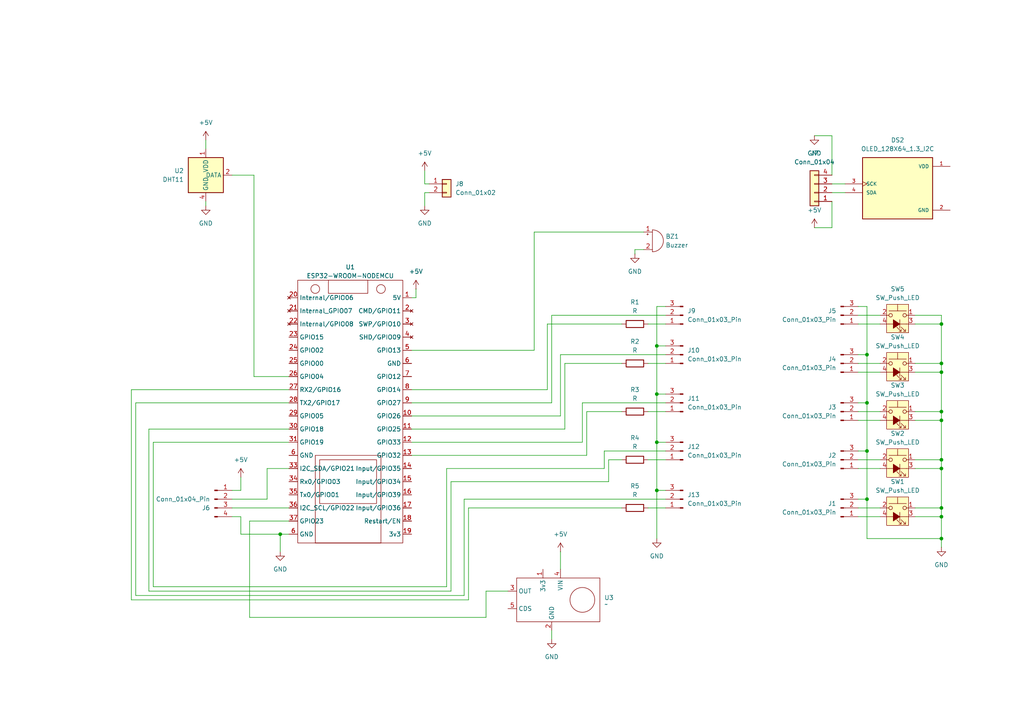
<source format=kicad_sch>
(kicad_sch (version 20250114) (generator "eeschema") (generator_version "9.0")
  (paper "A4")
  (lib_symbols
    (symbol "Connector:Conn_01x03_Pin" (pin_names (offset 1.016) (hide yes))
      (property "Reference" "J" (at 0 5.08 0))
      (property "Value" "Conn_01x03_Pin" (at 0 -5.08 0))
      (symbol "Conn_01x03_Pin_1_1"
        (rectangle (start 0.8636 2.667) (end 0 2.413) (stroke (width 0.1524)) (fill (type outline)))
        (rectangle (start 0.8636 0.127) (end 0 -0.127) (stroke (width 0.1524)) (fill (type outline)))
        (rectangle (start 0.8636 -2.413) (end 0 -2.667) (stroke (width 0.1524)) (fill (type outline)))
        (polyline (pts (xy 1.27 2.54) (xy 0.8636 2.54)) (stroke (width 0.1524)))
        (polyline (pts (xy 1.27 0) (xy 0.8636 0)) (stroke (width 0.1524)))
        (polyline (pts (xy 1.27 -2.54) (xy 0.8636 -2.54)) (stroke (width 0.1524)))
        (pin passive line (at 5.08 2.54 180) (length 3.81) (name "Pin_1") (number "1"))
        (pin passive line (at 5.08 0 180) (length 3.81) (name "Pin_2") (number "2"))
        (pin passive line (at 5.08 -2.54 180) (length 3.81) (name "Pin_3") (number "3"))
      )
    )
    (symbol "Connector:Conn_01x04_Pin" (pin_names (offset 1.016) (hide yes))
      (property "Reference" "J" (at 0 5.08 0))
      (property "Value" "Conn_01x04_Pin" (at 0 -7.62 0))
      (symbol "Conn_01x04_Pin_1_1"
        (rectangle (start 0.8636 2.667) (end 0 2.413) (stroke (width 0.1524)) (fill (type outline)))
        (rectangle (start 0.8636 0.127) (end 0 -0.127) (stroke (width 0.1524)) (fill (type outline)))
        (rectangle (start 0.8636 -2.413) (end 0 -2.667) (stroke (width 0.1524)) (fill (type outline)))
        (rectangle (start 0.8636 -4.953) (end 0 -5.207) (stroke (width 0.1524)) (fill (type outline)))
        (polyline (pts (xy 1.27 2.54) (xy 0.8636 2.54)) (stroke (width 0.1524)))
        (polyline (pts (xy 1.27 0) (xy 0.8636 0)) (stroke (width 0.1524)))
        (polyline (pts (xy 1.27 -2.54) (xy 0.8636 -2.54)) (stroke (width 0.1524)))
        (polyline (pts (xy 1.27 -5.08) (xy 0.8636 -5.08)) (stroke (width 0.1524)))
        (pin passive line (at 5.08 2.54 180) (length 3.81) (name "Pin_1") (number "1"))
        (pin passive line (at 5.08 0 180) (length 3.81) (name "Pin_2") (number "2"))
        (pin passive line (at 5.08 -2.54 180) (length 3.81) (name "Pin_3") (number "3"))
        (pin passive line (at 5.08 -5.08 180) (length 3.81) (name "Pin_4") (number "4"))
      )
    )
    (symbol "Connector_Generic:Conn_01x02" (pin_names (offset 1.016) (hide yes))
      (property "Reference" "J" (at 0 2.54 0))
      (property "Value" "Conn_01x02" (at 0 -5.08 0))
      (symbol "Conn_01x02_1_1"
        (rectangle (start -1.27 1.27) (end 1.27 -3.81) (stroke (width 0.254)) (fill (type background)))
        (rectangle (start -1.27 0.127) (end 0 -0.127) (stroke (width 0.1524)))
        (rectangle (start -1.27 -2.413) (end 0 -2.667) (stroke (width 0.1524)))
        (pin passive line (at -5.08 0 0) (length 3.81) (name "Pin_1") (number "1"))
        (pin passive line (at -5.08 -2.54 0) (length 3.81) (name "Pin_2") (number "2"))
      )
    )
    (symbol "Connector_Generic:Conn_01x04" (pin_names (offset 1.016) (hide yes))
      (property "Reference" "J" (at 0 5.08 0))
      (property "Value" "Conn_01x04" (at 0 -7.62 0))
      (symbol "Conn_01x04_1_1"
        (rectangle (start -1.27 3.81) (end 1.27 -6.35) (stroke (width 0.254)) (fill (type background)))
        (rectangle (start -1.27 2.667) (end 0 2.413) (stroke (width 0.1524)))
        (rectangle (start -1.27 0.127) (end 0 -0.127) (stroke (width 0.1524)))
        (rectangle (start -1.27 -2.413) (end 0 -2.667) (stroke (width 0.1524)))
        (rectangle (start -1.27 -4.953) (end 0 -5.207) (stroke (width 0.1524)))
        (pin passive line (at -5.08 2.54 0) (length 3.81) (name "Pin_1") (number "1"))
        (pin passive line (at -5.08 0 0) (length 3.81) (name "Pin_2") (number "2"))
        (pin passive line (at -5.08 -2.54 0) (length 3.81) (name "Pin_3") (number "3"))
        (pin passive line (at -5.08 -5.08 0) (length 3.81) (name "Pin_4") (number "4"))
      )
    )
    (symbol "Device:Buzzer" (pin_names (offset 0.0254) (hide yes))
      (property "Reference" "BZ" (at 3.81 1.27 0))
      (property "Value" "Buzzer" (at 3.81 -1.27 0))
      (symbol "Buzzer_0_1"
        (polyline (pts (xy -1.651 1.905) (xy -1.143 1.905)))
        (polyline (pts (xy -1.397 2.159) (xy -1.397 1.651)))
        (arc (start 0 3.175) (mid 3.1612 0) (end 0 -3.175))
        (polyline (pts (xy 0 3.175) (xy 0 -3.175)))
      )
      (symbol "Buzzer_1_1"
        (pin passive line (at -2.54 2.54 0) (length 2.54) (name "+") (number "1"))
        (pin passive line (at -2.54 -2.54 0) (length 2.54) (name "-") (number "2"))
      )
    )
    (symbol "Device:R" (pin_numbers (hide yes)) (pin_names (offset 0))
      (property "Reference" "R" (at 2.032 0 90))
      (property "Value" "R" (at 0 0 90))
      (symbol "R_0_1"
        (rectangle (start -1.016 -2.54) (end 1.016 2.54) (stroke (width 0.254)))
      )
      (symbol "R_1_1"
        (pin passive line (at 0 3.81 270) (length 1.27) (name "~") (number "1"))
        (pin passive line (at 0 -3.81 90) (length 1.27) (name "~") (number "2"))
      )
    )
    (symbol "ESP_uC:ESP32_WROOM_Dev"
      (property "Reference" "U" (at 16.764 -45.466 0))
      (property "Value" "ESP32-WROOM-NODEMCU" (at 17.526 4.318 0))
      (symbol "ESP32_WROOM_Dev_0_1"
        (rectangle (start 2.54 2.54) (end 33.02 -73.66))
        (rectangle (start 8.89 2.54) (end 27.94 -22.86))
        (circle (center 8.89 -71.12) (radius 1.27))
        (rectangle (start 10.16 -8.89) (end 26.67 -21.59))
        (rectangle (start 12.7 -73.66) (end 24.13 -69.85))
        (circle (center 27.94 -71.12) (radius 1.27))
      )
      (symbol "ESP32_WROOM_Dev_1_1"
        (pin power_in line (at 0 0 0) (length 2.54) (name "3v3") (number "19"))
        (pin input line (at 0 -3.81 0) (length 2.54) (name "Restart/EN") (number "18"))
        (pin bidirectional line (at 0 -7.62 0) (length 2.54) (name "Input/GPIO36") (number "17"))
        (pin bidirectional line (at 0 -11.43 0) (length 2.54) (name "Input/GPIO39") (number "16"))
        (pin bidirectional line (at 0 -15.24 0) (length 2.54) (name "Input/GPIO34") (number "15"))
        (pin bidirectional line (at 0 -19.05 0) (length 2.54) (name "Input/GPIO35") (number "14"))
        (pin bidirectional line (at 0 -22.86 0) (length 2.54) (name "GPIO32") (number "13"))
        (pin bidirectional line (at 0 -26.67 0) (length 2.54) (name "GPIO33") (number "12"))
        (pin bidirectional line (at 0 -30.48 0) (length 2.54) (name "GPIO25") (number "11"))
        (pin bidirectional line (at 0 -34.29 0) (length 2.54) (name "GPIO26") (number "10"))
        (pin bidirectional line (at 0 -38.1 0) (length 2.54) (name "GPIO27") (number "9"))
        (pin bidirectional line (at 0 -41.91 0) (length 2.54) (name "GPIO14") (number "8"))
        (pin bidirectional line (at 0 -45.72 0) (length 2.54) (name "GPIO12") (number "7"))
        (pin input line (at 0 -49.53 0) (length 2.54) (name "GND") (number "6"))
        (pin bidirectional line (at 0 -53.34 0) (length 2.54) (name "GPIO13") (number "5"))
        (pin no_connect line (at 0 -57.15 0) (length 2.54) (name "SHD/GPIO09") (number "4"))
        (pin no_connect line (at 0 -60.96 0) (length 2.54) (name "SWP/GPIO10") (number "3"))
        (pin no_connect line (at 0 -64.77 0) (length 2.54) (name "CMD/GPIO11") (number "2"))
        (pin power_in line (at 0 -68.58 0) (length 2.54) (name "5V") (number "1"))
        (pin input line (at 35.56 0 180) (length 2.54) (name "GND") (number "6"))
        (pin bidirectional line (at 35.56 -3.81 180) (length 2.54) (name "GPIO23") (number "37"))
        (pin bidirectional line (at 35.56 -7.62 180) (length 2.54) (name "I2C_SCL/GPIO22") (number "36"))
        (pin bidirectional line (at 35.56 -11.43 180) (length 2.54) (name "Tx0/GPIO01") (number "35"))
        (pin bidirectional line (at 35.56 -15.24 180) (length 2.54) (name "Rx0/GPIO03") (number "34"))
        (pin bidirectional line (at 35.56 -19.05 180) (length 2.54) (name "I2C_SDA/GPIO21") (number "33"))
        (pin input line (at 35.56 -22.86 180) (length 2.54) (name "GND") (number "6"))
        (pin bidirectional line (at 35.56 -26.67 180) (length 2.54) (name "GPIO19") (number "31"))
        (pin bidirectional line (at 35.56 -30.48 180) (length 2.54) (name "GPIO18") (number "30"))
        (pin bidirectional line (at 35.56 -34.29 180) (length 2.54) (name "GPIO05") (number "29"))
        (pin bidirectional line (at 35.56 -38.1 180) (length 2.54) (name "TX2/GPIO17") (number "28"))
        (pin bidirectional line (at 35.56 -41.91 180) (length 2.54) (name "RX2/GPIO16") (number "27"))
        (pin bidirectional line (at 35.56 -45.72 180) (length 2.54) (name "GPIO04") (number "26"))
        (pin bidirectional line (at 35.56 -49.53 180) (length 2.54) (name "GPIO00") (number "25"))
        (pin bidirectional line (at 35.56 -53.34 180) (length 2.54) (name "GPIO02") (number "24"))
        (pin bidirectional line (at 35.56 -57.15 180) (length 2.54) (name "GPIO15") (number "23"))
        (pin no_connect line (at 35.56 -60.96 180) (length 2.54) (name "Internal/GPIO08") (number "22"))
        (pin no_connect line (at 35.56 -64.77 180) (length 2.54) (name "Internal_GPIO07") (number "21"))
        (pin no_connect line (at 35.56 -68.58 180) (length 2.54) (name "Internal/GPIO06") (number "20"))
      )
    )
    (symbol "OLED_128X64_1.3_I2C:OLED_128X64_1.3_I2C" (pin_names (offset 1.016))
      (property "Reference" "DS" (at -10.16 10.922 0))
      (property "Value" "OLED_128X64_1.3_I2C" (at -10.16 -10.16 0))
      (symbol "OLED_128X64_1.3_I2C_0_0"
        (rectangle (start -10.16 -7.62) (end 10.16 10.16) (stroke (width 0.254)) (fill (type background)))
        (pin input clock (at -15.24 2.54 0) (length 5.08) (name "SCK") (number "3"))
        (pin bidirectional line (at -15.24 0 0) (length 5.08) (name "SDA") (number "4"))
        (pin power_in line (at 15.24 7.62 180) (length 5.08) (name "VDD") (number "1"))
        (pin power_in line (at 15.24 -5.08 180) (length 5.08) (name "GND") (number "2"))
      )
    )
    (symbol "Sensor:DHT11"
      (property "Reference" "U" (at -3.81 6.35 0))
      (property "Value" "DHT11" (at 3.81 6.35 0))
      (symbol "DHT11_0_1"
        (rectangle (start -5.08 5.08) (end 5.08 -5.08) (stroke (width 0.254)) (fill (type background)))
      )
      (symbol "DHT11_1_1"
        (pin no_connect line (at -5.08 0 0) (length 2.54) (hide yes) (name "NC") (number "3"))
        (pin power_in line (at 0 7.62 270) (length 2.54) (name "VDD") (number "1"))
        (pin power_in line (at 0 -7.62 90) (length 2.54) (name "GND") (number "4"))
        (pin bidirectional line (at 7.62 0 180) (length 2.54) (name "DATA") (number "2"))
      )
    )
    (symbol "Sensors:RCWL-0516"
      (property "Reference" "U" (at 7.62 -2.794 0))
      (symbol "RCWL-0516_0_1"
        (rectangle (start -2.54 2.54) (end 21.59 -10.16))
        (circle (center 16.51 -3.81) (radius 3.5921))
      )
      (symbol "RCWL-0516_1_1"
        (pin output line (at -5.08 -1.27 0) (length 2.54) (name "OUT") (number "3"))
        (pin input line (at -5.08 -6.35 0) (length 2.54) (name "CDS") (number "5"))
        (pin power_in line (at 5.08 5.08 270) (length 2.54) (name "3v3") (number "1"))
        (pin power_in line (at 7.62 -12.7 90) (length 2.54) (name "GND") (number "2"))
        (pin power_in line (at 10.16 5.08 270) (length 2.54) (name "VIN") (number "4"))
      )
    )
    (symbol "Switch:SW_Push_LED" (pin_names (offset 1.016) (hide yes))
      (property "Reference" "SW" (at 0 7.62 0))
      (property "Value" "SW_Push_LED" (at 0 -3.81 0))
      (symbol "SW_Push_LED_0_0"
        (polyline (pts (xy -2.54 0) (xy 2.54 0)))
        (polyline (pts (xy -2.286 -1.524) (xy -2.286 -2.159) (xy -1.651 -2.159)))
        (polyline (pts (xy -2.286 -2.159) (xy -1.016 -0.889)))
        (polyline (pts (xy -1.016 -1.524) (xy -1.016 -2.159) (xy -0.381 -2.159)))
        (polyline (pts (xy -1.016 -2.159) (xy 0.254 -0.889)))
        (polyline (pts (xy -0.635 1.27) (xy -0.635 -1.27)))
        (polyline (pts (xy -0.635 0) (xy 1.27 1.27) (xy 1.27 -1.27) (xy -0.635 0)) (fill (type outline)))
      )
      (symbol "SW_Push_LED_0_1"
        (circle (center -2.032 2.54) (radius 0.508))
        (polyline (pts (xy 0 3.81) (xy 0 5.588)))
        (circle (center 2.032 2.54) (radius 0.508))
        (polyline (pts (xy 2.54 3.81) (xy -2.54 3.81)))
        (pin passive line (at -5.08 2.54 0) (length 2.54) (name "1") (number "1"))
        (pin passive line (at -5.08 0 0) (length 2.54) (name "K") (number "3"))
        (pin passive line (at 5.08 2.54 180) (length 2.54) (name "2") (number "2"))
        (pin passive line (at 5.08 0 180) (length 2.54) (name "A") (number "4"))
      )
      (symbol "SW_Push_LED_1_1"
        (rectangle (start -3.175 5.715) (end 3.175 -2.54) (fill (type background)))
      )
    )
    (symbol "power:+5V" (power) (pin_numbers (hide yes)) (pin_names (offset 0) (hide yes))
      (property "Value" "+5V" (at 0 3.556 0))
      (symbol "+5V_0_1"
        (polyline (pts (xy -0.762 1.27) (xy 0 2.54)))
        (polyline (pts (xy 0 2.54) (xy 0.762 1.27)))
        (polyline (pts (xy 0 0) (xy 0 2.54)))
      )
      (symbol "+5V_1_1"
        (pin power_in line (at 0 0 90) (length 0) (name "~") (number "1"))
      )
    )
    (symbol "power:GND" (power) (pin_numbers (hide yes)) (pin_names (offset 0) (hide yes))
      (property "Value" "GND" (at 0 -3.81 0))
      (symbol "GND_0_1"
        (polyline (pts (xy 0 0) (xy 0 -1.27) (xy 1.27 -1.27) (xy 0 -2.54) (xy -1.27 -1.27) (xy 0 -1.27)))
      )
      (symbol "GND_1_1"
        (pin power_in line (at 0 0 270) (length 0) (name "~") (number "1"))
      )
    )
  )
  (junction (at 190.5 100.33))
  (junction (at 273.05 107.95))
  (junction (at 251.46 144.78))
  (junction (at 273.05 156.21))
  (junction (at 190.5 128.27))
  (junction (at 273.05 133.35))
  (junction (at 273.05 105.41))
  (junction (at 273.05 119.38))
  (junction (at 273.05 135.89))
  (junction (at 251.46 102.87))
  (junction (at 81.28 154.94))
  (junction (at 190.5 114.3))
  (junction (at 273.05 147.32))
  (junction (at 251.46 130.81))
  (junction (at 273.05 121.92))
  (junction (at 251.46 116.84))
  (junction (at 190.5 142.24))
  (junction (at 273.05 149.86))
  (junction (at 273.05 93.98))
  (wire (pts (xy 134.62 172.72) (xy 39.37 172.72)))
  (wire (pts (xy 43.18 171.45) (xy 130.81 171.45)))
  (wire (pts (xy 273.05 119.38) (xy 273.05 121.92)))
  (wire (pts (xy 265.43 133.35) (xy 273.05 133.35)))
  (wire (pts (xy 265.43 93.98) (xy 273.05 93.98)))
  (wire (pts (xy 184.15 73.66) (xy 184.15 72.39)))
  (wire (pts (xy 67.31 147.32) (xy 83.82 147.32)))
  (wire (pts (xy 69.85 154.94) (xy 81.28 154.94)))
  (wire (pts (xy 265.43 149.86) (xy 273.05 149.86)))
  (wire (pts (xy 67.31 149.86) (xy 69.85 149.86)))
  (wire (pts (xy 175.26 130.81) (xy 193.04 130.81)))
  (wire (pts (xy 265.43 135.89) (xy 273.05 135.89)))
  (wire (pts (xy 83.82 124.46) (xy 43.18 124.46)))
  (wire (pts (xy 162.56 160.02) (xy 162.56 165.1)))
  (wire (pts (xy 39.37 116.84) (xy 39.37 172.72)))
  (wire (pts (xy 248.92 135.89) (xy 255.27 135.89)))
  (wire (pts (xy 186.69 72.39) (xy 184.15 72.39)))
  (wire (pts (xy 251.46 144.78) (xy 251.46 156.21)))
  (wire (pts (xy 251.46 130.81) (xy 251.46 144.78)))
  (wire (pts (xy 38.1 113.03) (xy 83.82 113.03)))
  (wire (pts (xy 44.45 128.27) (xy 83.82 128.27)))
  (wire (pts (xy 130.81 139.7) (xy 176.53 139.7)))
  (wire (pts (xy 273.05 107.95) (xy 273.05 119.38)))
  (wire (pts (xy 81.28 154.94) (xy 83.82 154.94)))
  (wire (pts (xy 81.28 160.02) (xy 81.28 154.94)))
  (wire (pts (xy 160.02 182.88) (xy 160.02 185.42)))
  (wire (pts (xy 180.34 133.35) (xy 176.53 133.35)))
  (wire (pts (xy 175.26 135.89) (xy 175.26 130.81)))
  (wire (pts (xy 248.92 133.35) (xy 255.27 133.35)))
  (wire (pts (xy 190.5 142.24) (xy 193.04 142.24)))
  (wire (pts (xy 170.18 119.38) (xy 170.18 132.08)))
  (wire (pts (xy 273.05 93.98) (xy 273.05 105.41)))
  (wire (pts (xy 273.05 135.89) (xy 273.05 147.32)))
  (wire (pts (xy 119.38 128.27) (xy 168.91 128.27)))
  (wire (pts (xy 248.92 144.78) (xy 251.46 144.78)))
  (wire (pts (xy 187.96 105.41) (xy 193.04 105.41)))
  (wire (pts (xy 168.91 128.27) (xy 168.91 116.84)))
  (wire (pts (xy 160.02 91.44) (xy 160.02 116.84)))
  (wire (pts (xy 187.96 133.35) (xy 193.04 133.35)))
  (wire (pts (xy 67.31 144.78) (xy 77.47 144.78)))
  (wire (pts (xy 241.3 66.04) (xy 236.22 66.04)))
  (wire (pts (xy 83.82 151.13) (xy 72.39 151.13)))
  (wire (pts (xy 273.05 105.41) (xy 273.05 107.95)))
  (wire (pts (xy 73.66 109.22) (xy 83.82 109.22)))
  (wire (pts (xy 265.43 107.95) (xy 273.05 107.95)))
  (wire (pts (xy 130.81 171.45) (xy 130.81 139.7)))
  (wire (pts (xy 180.34 105.41) (xy 163.83 105.41)))
  (wire (pts (xy 160.02 116.84) (xy 119.38 116.84)))
  (wire (pts (xy 123.19 49.53) (xy 123.19 53.34)))
  (wire (pts (xy 119.38 120.65) (xy 162.56 120.65)))
  (wire (pts (xy 190.5 142.24) (xy 190.5 156.21)))
  (wire (pts (xy 241.3 55.88) (xy 245.11 55.88)))
  (wire (pts (xy 273.05 149.86) (xy 273.05 156.21)))
  (wire (pts (xy 120.65 86.36) (xy 120.65 83.82)))
  (wire (pts (xy 190.5 114.3) (xy 190.5 128.27)))
  (wire (pts (xy 162.56 120.65) (xy 162.56 102.87)))
  (wire (pts (xy 236.22 39.37) (xy 241.3 39.37)))
  (wire (pts (xy 119.38 132.08) (xy 170.18 132.08)))
  (wire (pts (xy 154.94 101.6) (xy 154.94 67.31)))
  (wire (pts (xy 251.46 116.84) (xy 251.46 130.81)))
  (wire (pts (xy 44.45 170.18) (xy 44.45 128.27)))
  (wire (pts (xy 39.37 116.84) (xy 83.82 116.84)))
  (wire (pts (xy 168.91 116.84) (xy 193.04 116.84)))
  (wire (pts (xy 73.66 50.8) (xy 73.66 109.22)))
  (wire (pts (xy 248.92 88.9) (xy 251.46 88.9)))
  (wire (pts (xy 251.46 156.21) (xy 273.05 156.21)))
  (wire (pts (xy 273.05 91.44) (xy 273.05 93.98)))
  (wire (pts (xy 187.96 119.38) (xy 193.04 119.38)))
  (wire (pts (xy 273.05 133.35) (xy 273.05 135.89)))
  (wire (pts (xy 248.92 130.81) (xy 251.46 130.81)))
  (wire (pts (xy 190.5 100.33) (xy 190.5 114.3)))
  (wire (pts (xy 163.83 105.41) (xy 163.83 124.46)))
  (wire (pts (xy 38.1 173.99) (xy 135.89 173.99)))
  (wire (pts (xy 248.92 102.87) (xy 251.46 102.87)))
  (wire (pts (xy 158.75 113.03) (xy 119.38 113.03)))
  (wire (pts (xy 69.85 149.86) (xy 69.85 154.94)))
  (wire (pts (xy 248.92 93.98) (xy 255.27 93.98)))
  (wire (pts (xy 176.53 133.35) (xy 176.53 139.7)))
  (wire (pts (xy 273.05 121.92) (xy 273.05 133.35)))
  (wire (pts (xy 119.38 101.6) (xy 154.94 101.6)))
  (wire (pts (xy 129.54 135.89) (xy 129.54 170.18)))
  (wire (pts (xy 140.97 171.45) (xy 147.32 171.45)))
  (wire (pts (xy 190.5 128.27) (xy 190.5 142.24)))
  (wire (pts (xy 273.05 147.32) (xy 273.05 149.86)))
  (wire (pts (xy 248.92 105.41) (xy 255.27 105.41)))
  (wire (pts (xy 154.94 67.31) (xy 186.69 67.31)))
  (wire (pts (xy 190.5 128.27) (xy 193.04 128.27)))
  (wire (pts (xy 158.75 93.98) (xy 158.75 113.03)))
  (wire (pts (xy 248.92 107.95) (xy 255.27 107.95)))
  (wire (pts (xy 241.3 58.42) (xy 241.3 66.04)))
  (wire (pts (xy 69.85 142.24) (xy 69.85 138.43)))
  (wire (pts (xy 248.92 149.86) (xy 255.27 149.86)))
  (wire (pts (xy 265.43 121.92) (xy 273.05 121.92)))
  (wire (pts (xy 123.19 59.69) (xy 123.19 55.88)))
  (wire (pts (xy 129.54 170.18) (xy 44.45 170.18)))
  (wire (pts (xy 38.1 113.03) (xy 38.1 173.99)))
  (wire (pts (xy 190.5 100.33) (xy 193.04 100.33)))
  (wire (pts (xy 241.3 39.37) (xy 241.3 50.8)))
  (wire (pts (xy 190.5 114.3) (xy 193.04 114.3)))
  (wire (pts (xy 123.19 55.88) (xy 124.46 55.88)))
  (wire (pts (xy 248.92 116.84) (xy 251.46 116.84)))
  (wire (pts (xy 187.96 93.98) (xy 193.04 93.98)))
  (wire (pts (xy 59.69 40.64) (xy 59.69 43.18)))
  (wire (pts (xy 175.26 135.89) (xy 129.54 135.89)))
  (wire (pts (xy 72.39 179.07) (xy 140.97 179.07)))
  (wire (pts (xy 265.43 105.41) (xy 273.05 105.41)))
  (wire (pts (xy 72.39 151.13) (xy 72.39 179.07)))
  (wire (pts (xy 193.04 88.9) (xy 190.5 88.9)))
  (wire (pts (xy 158.75 93.98) (xy 180.34 93.98)))
  (wire (pts (xy 248.92 147.32) (xy 255.27 147.32)))
  (wire (pts (xy 162.56 102.87) (xy 193.04 102.87)))
  (wire (pts (xy 265.43 91.44) (xy 273.05 91.44)))
  (wire (pts (xy 73.66 50.8) (xy 67.31 50.8)))
  (wire (pts (xy 140.97 179.07) (xy 140.97 171.45)))
  (wire (pts (xy 265.43 119.38) (xy 273.05 119.38)))
  (wire (pts (xy 77.47 144.78) (xy 77.47 135.89)))
  (wire (pts (xy 180.34 119.38) (xy 170.18 119.38)))
  (wire (pts (xy 160.02 91.44) (xy 193.04 91.44)))
  (wire (pts (xy 265.43 147.32) (xy 273.05 147.32)))
  (wire (pts (xy 251.46 102.87) (xy 251.46 116.84)))
  (wire (pts (xy 77.47 135.89) (xy 83.82 135.89)))
  (wire (pts (xy 119.38 86.36) (xy 120.65 86.36)))
  (wire (pts (xy 135.89 147.32) (xy 180.34 147.32)))
  (wire (pts (xy 59.69 58.42) (xy 59.69 59.69)))
  (wire (pts (xy 190.5 88.9) (xy 190.5 100.33)))
  (wire (pts (xy 248.92 121.92) (xy 255.27 121.92)))
  (wire (pts (xy 187.96 147.32) (xy 193.04 147.32)))
  (wire (pts (xy 248.92 119.38) (xy 255.27 119.38)))
  (wire (pts (xy 67.31 142.24) (xy 69.85 142.24)))
  (wire (pts (xy 251.46 88.9) (xy 251.46 102.87)))
  (wire (pts (xy 241.3 53.34) (xy 245.11 53.34)))
  (wire (pts (xy 248.92 91.44) (xy 255.27 91.44)))
  (wire (pts (xy 124.46 53.34) (xy 123.19 53.34)))
  (wire (pts (xy 135.89 173.99) (xy 135.89 147.32)))
  (wire (pts (xy 43.18 124.46) (xy 43.18 171.45)))
  (wire (pts (xy 134.62 144.78) (xy 134.62 172.72)))
  (wire (pts (xy 163.83 124.46) (xy 119.38 124.46)))
  (wire (pts (xy 273.05 156.21) (xy 273.05 158.75)))
  (wire (pts (xy 134.62 144.78) (xy 193.04 144.78)))
  (symbol (lib_id "Device:R") (at 184.15 105.41 90) (unit 1)
    (property "Reference" "R2" (at 184.15 99.06 90))
    (property "Value" "R" (at 184.15 101.6 90))
    (property "Footprint" "Resistor_THT:R_Axial_DIN0204_L3.6mm_D1.6mm_P7.62mm_Horizontal" (effects (hide yes)))
    (property "Description" "Resistor" (effects (hide yes)))
  )
  (symbol (lib_id "Connector:Conn_01x03_Pin") (at 198.12 130.81 180) (unit 1)
    (property "Reference" "J12" (at 199.39 129.5399 0) (effects (justify right)))
    (property "Value" "Conn_01x03_Pin" (at 199.39 132.0799 0) (effects (justify right)))
    (property "Footprint" "Connector:FanPinHeader_1x03_P2.54mm_Vertical" (effects (hide yes)))
    (property "Description" "Generic connector, single row, 01x03, script generated" (effects (hide yes)))
  )
  (symbol (lib_id "power:GND") (at 273.05 158.75 0) (unit 1) (on_board no)
    (property "Reference" "#PWR1" (effects (hide yes)))
    (property "Value" "GND" (at 273.05 163.83 0))
    (property "Description" "Power symbol creates a global label with name \"GND\" , ground" (effects (hide yes)))
  )
  (symbol (lib_id "power:GND") (at 81.28 160.02 0) (unit 1)
    (property "Reference" "#PWR9" (effects (hide yes)))
    (property "Value" "GND" (at 81.28 165.1 0))
    (property "Description" "Power symbol creates a global label with name \"GND\" , ground" (effects (hide yes)))
  )
  (symbol (lib_id "Switch:SW_Push_LED") (at 260.35 149.86 0) (mirror y) (unit 1) (on_board no)
    (property "Reference" "SW1" (at 260.35 139.7 0))
    (property "Value" "SW_Push_LED" (at 260.35 142.24 0))
    (property "Description" "Push button switch with LED, generic" (effects (hide yes)))
  )
  (symbol (lib_id "Switch:SW_Push_LED") (at 260.35 135.89 0) (mirror y) (unit 1) (on_board no)
    (property "Reference" "SW2" (at 260.35 125.73 0))
    (property "Value" "SW_Push_LED" (at 260.35 128.27 0))
    (property "Description" "Push button switch with LED, generic" (effects (hide yes)))
  )
  (symbol (lib_id "Device:Buzzer") (at 189.23 69.85 0) (unit 1)
    (property "Reference" "BZ1" (at 193.04 68.5799 0) (effects (justify left)))
    (property "Value" "Buzzer" (at 193.04 71.1199 0) (effects (justify left)))
    (property "Footprint" "Buzzer_Beeper:Buzzer_12x9.5RM7.6" (effects (hide yes)))
    (property "Description" "Buzzer, polarized" (effects (hide yes)))
  )
  (symbol (lib_id "power:+5V") (at 69.85 138.43 0) (unit 1)
    (property "Reference" "#PWR11" (effects (hide yes)))
    (property "Value" "+5V" (at 69.85 133.35 0))
    (property "Description" "Power symbol creates a global label with name \"+5V\"" (effects (hide yes)))
  )
  (symbol (lib_id "power:GND") (at 184.15 73.66 0) (mirror y) (unit 1)
    (property "Reference" "#PWR5" (effects (hide yes)))
    (property "Value" "GND" (at 184.15 78.74 0))
    (property "Description" "Power symbol creates a global label with name \"GND\" , ground" (effects (hide yes)))
  )
  (symbol (lib_id "Connector:Conn_01x03_Pin") (at 198.12 144.78 180) (unit 1)
    (property "Reference" "J13" (at 199.39 143.5099 0) (effects (justify right)))
    (property "Value" "Conn_01x03_Pin" (at 199.39 146.0499 0) (effects (justify right)))
    (property "Footprint" "Connector:FanPinHeader_1x03_P2.54mm_Vertical" (effects (hide yes)))
    (property "Description" "Generic connector, single row, 01x03, script generated" (effects (hide yes)))
  )
  (symbol (lib_id "Connector:Conn_01x03_Pin") (at 243.84 147.32 0) (mirror x) (unit 1) (on_board no)
    (property "Reference" "J1" (at 242.57 146.0499 0) (effects (justify right)))
    (property "Value" "Conn_01x03_Pin" (at 242.57 148.5899 0) (effects (justify right)))
    (property "Footprint" "Connector_JST:JST_VH_B3P-VH-FB-B_1x03_P3.96mm_Vertical" (effects (hide yes)))
    (property "Description" "Generic connector, single row, 01x03, script generated" (effects (hide yes)))
  )
  (symbol (lib_id "Sensors:RCWL-0516") (at 152.4 170.18 0) (unit 1)
    (property "Reference" "U3" (at 175.26 173.3549 0) (effects (justify left)))
    (property "Value" "~" (at 175.26 175.26 0) (effects (justify left)))
    (property "Footprint" "Sensors:RCWL-0516" (effects (hide yes)))
  )
  (symbol (lib_id "Switch:SW_Push_LED") (at 260.35 93.98 0) (mirror y) (unit 1) (on_board no)
    (property "Reference" "SW5" (at 260.35 83.82 0))
    (property "Value" "SW_Push_LED" (at 260.35 86.36 0))
    (property "Footprint" "Connector_Molex:Molex_KK-254_AE-6410-03A_1x03_P2.54mm_Vertical" (effects (hide yes)))
    (property "Description" "Push button switch with LED, generic" (effects (hide yes)))
  )
  (symbol (lib_id "power:+5V") (at 236.22 66.04 0) (unit 1) (on_board no)
    (property "Reference" "#PWR12" (effects (hide yes)))
    (property "Value" "+5V" (at 236.22 60.96 0))
    (property "Description" "Power symbol creates a global label with name \"+5V\"" (effects (hide yes)))
  )
  (symbol (lib_id "Connector:Conn_01x03_Pin") (at 243.84 133.35 0) (mirror x) (unit 1) (on_board no)
    (property "Reference" "J2" (at 242.57 132.0799 0) (effects (justify right)))
    (property "Value" "Conn_01x03_Pin" (at 242.57 134.6199 0) (effects (justify right)))
    (property "Footprint" "Connector_JST:JST_VH_B3P-VH-FB-B_1x03_P3.96mm_Vertical" (effects (hide yes)))
    (property "Description" "Generic connector, single row, 01x03, script generated" (effects (hide yes)))
  )
  (symbol (lib_id "ESP_uC:ESP32_WROOM_Dev") (at 119.38 154.94 180) (unit 1)
    (property "Reference" "U1" (at 101.6 77.47 0))
    (property "Value" "ESP32-WROOM-NODEMCU" (at 101.6 80.01 0))
    (property "Footprint" "ESP:ESP32-Wroom-NodeMCU" (effects (hide yes)))
  )
  (symbol (lib_id "power:GND") (at 190.5 156.21 0) (unit 1)
    (property "Reference" "#PWR3" (effects (hide yes)))
    (property "Value" "GND" (at 190.5 161.29 0))
    (property "Description" "Power symbol creates a global label with name \"GND\" , ground" (effects (hide yes)))
  )
  (symbol (lib_id "Connector_Generic:Conn_01x04") (at 236.22 55.88 180) (unit 1) (on_board no)
    (property "Reference" "J7" (at 236.22 44.45 0))
    (property "Value" "Conn_01x04" (at 236.22 46.99 0))
    (property "Footprint" "Connector_JST:JST_VH_B4P-VH-FB-B_1x04_P3.96mm_Vertical" (effects (hide yes)))
    (property "Description" "Generic connector, single row, 01x04, script generated (kicad-library-utils/schlib/autogen/connector/)" (effects (hide yes)))
  )
  (symbol (lib_id "power:+5V") (at 123.19 49.53 0) (unit 1)
    (property "Reference" "#PWR7" (effects (hide yes)))
    (property "Value" "+5V" (at 123.19 44.45 0))
    (property "Description" "Power symbol creates a global label with name \"+5V\"" (effects (hide yes)))
  )
  (symbol (lib_id "OLED_128X64_1.3_I2C:OLED_128X64_1.3_I2C") (at 260.35 55.88 0) (unit 1) (on_board no)
    (property "Reference" "DS2" (at 260.35 40.64 0))
    (property "Value" "OLED_128X64_1.3_I2C" (at 260.35 43.18 0))
    (property "Footprint" "OLED_128X64_1.3_I2C:LCD_OLED_128X64_1.3_I2C" (effects (hide yes)))
    (property "MF" "UNIVERSAL-SOLDER Electronics Ltd" (effects (hide yes)))
    (property "Description_1" "Non-Touch Graphic LCD Display Module Transmissive White OLED, Monochrome I2C 1.3 (33.02mm) 128 x 64" (effects (hide yes)))
    (property "Package" "None" (effects (hide yes)))
    (property "Price" "None" (effects (hide yes)))
    (property "Check_prices" "https://www.snapeda.com/parts/OLED%20128x64%201.3%22%20I2C/UNIVERSAL-SOLDER+Electronics+Ltd/view-part/?ref=eda" (effects (hide yes)))
    (property "STANDARD" "Manufacturer Recommendations" (effects (hide yes)))
    (property "PARTREV" "NA" (effects (hide yes)))
    (property "SnapEDA_Link" "https://www.snapeda.com/parts/OLED%20128x64%201.3%22%20I2C/UNIVERSAL-SOLDER+Electronics+Ltd/view-part/?ref=snap" (effects (hide yes)))
    (property "MP" "OLED 128x64 1.3&quot; I2C" (effects (hide yes)))
    (property "Availability" "Not in stock" (effects (hide yes)))
    (property "MANUFACTURER" "UNIVERSAL-SOLDER Electronics Ltd" (effects (hide yes)))
  )
  (symbol (lib_id "Connector_Generic:Conn_01x02") (at 129.54 53.34 0) (unit 1)
    (property "Reference" "J8" (at 132.08 53.3399 0) (effects (justify left)))
    (property "Value" "Conn_01x02" (at 132.08 55.8799 0) (effects (justify left)))
    (property "Footprint" "Connector_Molex:Molex_KK-254_AE-6410-02A_1x02_P2.54mm_Vertical" (effects (hide yes)))
    (property "Description" "Generic connector, single row, 01x02, script generated (kicad-library-utils/schlib/autogen/connector/)" (effects (hide yes)))
  )
  (symbol (lib_id "power:+5V") (at 120.65 83.82 0) (unit 1)
    (property "Reference" "#PWR10" (effects (hide yes)))
    (property "Value" "+5V" (at 120.65 78.74 0))
    (property "Description" "Power symbol creates a global label with name \"+5V\"" (effects (hide yes)))
  )
  (symbol (lib_id "power:GND") (at 123.19 59.69 0) (unit 1)
    (property "Reference" "#PWR14" (effects (hide yes)))
    (property "Value" "GND" (at 123.19 64.77 0))
    (property "Description" "Power symbol creates a global label with name \"GND\" , ground" (effects (hide yes)))
  )
  (symbol (lib_id "Device:R") (at 184.15 133.35 90) (unit 1)
    (property "Reference" "R4" (at 184.15 127 90))
    (property "Value" "R" (at 184.15 129.54 90))
    (property "Footprint" "Resistor_THT:R_Axial_DIN0204_L3.6mm_D1.6mm_P7.62mm_Horizontal" (effects (hide yes)))
    (property "Description" "Resistor" (effects (hide yes)))
  )
  (symbol (lib_id "power:GND") (at 236.22 39.37 0) (unit 1) (on_board no)
    (property "Reference" "#PWR13" (effects (hide yes)))
    (property "Value" "GND" (at 236.22 44.45 0))
    (property "Description" "Power symbol creates a global label with name \"GND\" , ground" (effects (hide yes)))
  )
  (symbol (lib_id "power:GND") (at 59.69 59.69 0) (mirror y) (unit 1)
    (property "Reference" "#PWR6" (effects (hide yes)))
    (property "Value" "GND" (at 59.69 64.77 0))
    (property "Description" "Power symbol creates a global label with name \"GND\" , ground" (effects (hide yes)))
  )
  (symbol (lib_id "Connector:Conn_01x03_Pin") (at 243.84 119.38 0) (mirror x) (unit 1) (on_board no)
    (property "Reference" "J3" (at 242.57 118.1099 0) (effects (justify right)))
    (property "Value" "Conn_01x03_Pin" (at 242.57 120.6499 0) (effects (justify right)))
    (property "Footprint" "Connector_JST:JST_VH_B3P-VH-FB-B_1x03_P3.96mm_Vertical" (effects (hide yes)))
    (property "Description" "Generic connector, single row, 01x03, script generated" (effects (hide yes)))
  )
  (symbol (lib_id "Switch:SW_Push_LED") (at 260.35 107.95 0) (mirror y) (unit 1) (on_board no)
    (property "Reference" "SW4" (at 260.35 97.79 0))
    (property "Value" "SW_Push_LED" (at 260.35 100.33 0))
    (property "Description" "Push button switch with LED, generic" (effects (hide yes)))
  )
  (symbol (lib_id "Connector:Conn_01x03_Pin") (at 243.84 91.44 0) (mirror x) (unit 1) (on_board no)
    (property "Reference" "J5" (at 242.57 90.1699 0) (effects (justify right)))
    (property "Value" "Conn_01x03_Pin" (at 242.57 92.7099 0) (effects (justify right)))
    (property "Footprint" "Connector_JST:JST_VH_B3P-VH-FB-B_1x03_P3.96mm_Vertical" (effects (hide yes)))
    (property "Description" "Generic connector, single row, 01x03, script generated" (effects (hide yes)))
  )
  (symbol (lib_id "Connector:Conn_01x04_Pin") (at 62.23 144.78 0) (unit 1)
    (property "Reference" "J6" (at 60.96 147.3201 0) (effects (justify right)))
    (property "Value" "Conn_01x04_Pin" (at 60.96 144.7801 0) (effects (justify right)))
    (property "Footprint" "Connector_JST:JST_XH_B4B-XH-A_1x04_P2.50mm_Vertical" (effects (hide yes)))
    (property "Description" "Generic connector, single row, 01x04, script generated" (effects (hide yes)))
  )
  (symbol (lib_id "Connector:Conn_01x03_Pin") (at 198.12 102.87 180) (unit 1)
    (property "Reference" "J10" (at 199.39 101.5999 0) (effects (justify right)))
    (property "Value" "Conn_01x03_Pin" (at 199.39 104.1399 0) (effects (justify right)))
    (property "Footprint" "Connector:FanPinHeader_1x03_P2.54mm_Vertical" (effects (hide yes)))
    (property "Description" "Generic connector, single row, 01x03, script generated" (effects (hide yes)))
  )
  (symbol (lib_id "Switch:SW_Push_LED") (at 260.35 121.92 0) (mirror y) (unit 1) (on_board no)
    (property "Reference" "SW3" (at 260.35 111.76 0))
    (property "Value" "SW_Push_LED" (at 260.35 114.3 0))
    (property "Description" "Push button switch with LED, generic" (effects (hide yes)))
  )
  (symbol (lib_id "Connector:Conn_01x03_Pin") (at 243.84 105.41 0) (mirror x) (unit 1) (on_board no)
    (property "Reference" "J4" (at 242.57 104.1399 0) (effects (justify right)))
    (property "Value" "Conn_01x03_Pin" (at 242.57 106.6799 0) (effects (justify right)))
    (property "Footprint" "Connector_JST:JST_VH_B3P-VH-FB-B_1x03_P3.96mm_Vertical" (effects (hide yes)))
    (property "Description" "Generic connector, single row, 01x03, script generated" (effects (hide yes)))
  )
  (symbol (lib_id "Device:R") (at 184.15 93.98 90) (unit 1)
    (property "Reference" "R1" (at 184.15 87.63 90))
    (property "Value" "R" (at 184.15 90.17 90))
    (property "Footprint" "Resistor_THT:R_Axial_DIN0204_L3.6mm_D1.6mm_P7.62mm_Horizontal" (effects (hide yes)))
    (property "Description" "Resistor" (effects (hide yes)))
  )
  (symbol (lib_id "Device:R") (at 184.15 147.32 90) (unit 1)
    (property "Reference" "R5" (at 184.15 140.97 90))
    (property "Value" "R" (at 184.15 143.51 90))
    (property "Footprint" "Resistor_THT:R_Axial_DIN0204_L3.6mm_D1.6mm_P7.62mm_Horizontal" (effects (hide yes)))
    (property "Description" "Resistor" (effects (hide yes)))
  )
  (symbol (lib_id "Sensor:DHT11") (at 59.69 50.8 0) (unit 1)
    (property "Reference" "U2" (at 53.34 49.5299 0) (effects (justify right)))
    (property "Value" "DHT11" (at 53.34 52.0699 0) (effects (justify right)))
    (property "Footprint" "Sensor:Aosong_DHT11_5.5x12.0_P2.54mm" (effects (hide yes)))
    (property "Datasheet" "http://akizukidenshi.com/download/ds/aosong/DHT11.pdf" (effects (hide yes)))
    (property "Description" "3.3V to 5.5V, temperature and humidity module, DHT11" (effects (hide yes)))
  )
  (symbol (lib_id "Connector:Conn_01x03_Pin") (at 198.12 116.84 180) (unit 1)
    (property "Reference" "J11" (at 199.39 115.5699 0) (effects (justify right)))
    (property "Value" "Conn_01x03_Pin" (at 199.39 118.1099 0) (effects (justify right)))
    (property "Footprint" "Connector:FanPinHeader_1x03_P2.54mm_Vertical" (effects (hide yes)))
    (property "Description" "Generic connector, single row, 01x03, script generated" (effects (hide yes)))
  )
  (symbol (lib_id "Device:R") (at 184.15 119.38 90) (unit 1)
    (property "Reference" "R3" (at 184.15 113.03 90))
    (property "Value" "R" (at 184.15 115.57 90))
    (property "Footprint" "Resistor_THT:R_Axial_DIN0204_L3.6mm_D1.6mm_P7.62mm_Horizontal" (effects (hide yes)))
    (property "Description" "Resistor" (effects (hide yes)))
  )
  (symbol (lib_id "power:+5V") (at 59.69 40.64 0) (mirror y) (unit 1)
    (property "Reference" "#PWR4" (effects (hide yes)))
    (property "Value" "+5V" (at 59.69 35.56 0))
    (property "Description" "Power symbol creates a global label with name \"+5V\"" (effects (hide yes)))
  )
  (symbol (lib_id "power:GND") (at 160.02 185.42 0) (unit 1)
    (property "Reference" "#PWR8" (effects (hide yes)))
    (property "Value" "GND" (at 160.02 190.5 0))
    (property "Description" "Power symbol creates a global label with name \"GND\" , ground" (effects (hide yes)))
  )
  (symbol (lib_id "power:+5V") (at 162.56 160.02 0) (unit 1)
    (property "Reference" "#PWR2" (effects (hide yes)))
    (property "Value" "+5V" (at 162.56 154.94 0))
    (property "Description" "Power symbol creates a global label with name \"+5V\"" (effects (hide yes)))
  )
  (symbol (lib_id "Connector:Conn_01x03_Pin") (at 198.12 91.44 180) (unit 1)
    (property "Reference" "J9" (at 199.39 90.1699 0) (effects (justify right)))
    (property "Value" "Conn_01x03_Pin" (at 199.39 92.7099 0) (effects (justify right)))
    (property "Footprint" "Connector:FanPinHeader_1x03_P2.54mm_Vertical" (effects (hide yes)))
    (property "Description" "Generic connector, single row, 01x03, script generated" (effects (hide yes)))
  )
)
</source>
